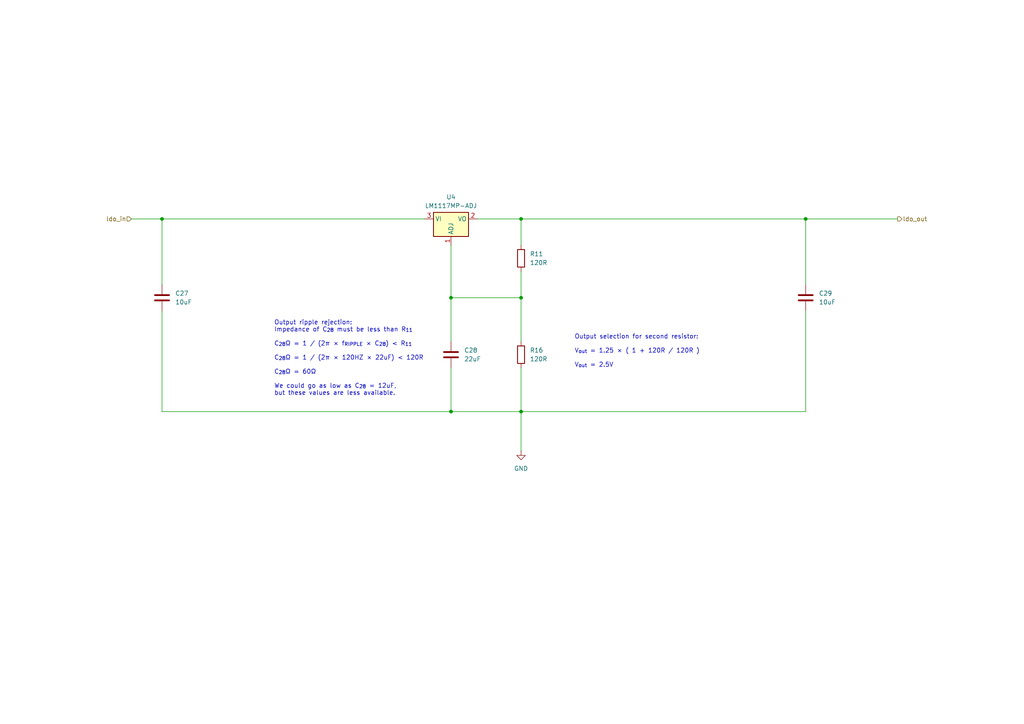
<source format=kicad_sch>
(kicad_sch
	(version 20231120)
	(generator "eeschema")
	(generator_version "8.0")
	(uuid "db3bd576-e48f-4f83-8692-574006b00c52")
	(paper "A4")
	(title_block
		(title "${PROJECTNAME}")
		(date "2024-10-22")
		(rev "${REVISION}")
		(company "Created By: ${AUTHOR}")
	)
	(lib_symbols
		(symbol "Device:C"
			(pin_numbers hide)
			(pin_names
				(offset 0.254)
			)
			(exclude_from_sim no)
			(in_bom yes)
			(on_board yes)
			(property "Reference" "C"
				(at 0.635 2.54 0)
				(effects
					(font
						(size 1.27 1.27)
					)
					(justify left)
				)
			)
			(property "Value" "C"
				(at 0.635 -2.54 0)
				(effects
					(font
						(size 1.27 1.27)
					)
					(justify left)
				)
			)
			(property "Footprint" ""
				(at 0.9652 -3.81 0)
				(effects
					(font
						(size 1.27 1.27)
					)
					(hide yes)
				)
			)
			(property "Datasheet" "~"
				(at 0 0 0)
				(effects
					(font
						(size 1.27 1.27)
					)
					(hide yes)
				)
			)
			(property "Description" "Unpolarized capacitor"
				(at 0 0 0)
				(effects
					(font
						(size 1.27 1.27)
					)
					(hide yes)
				)
			)
			(property "ki_keywords" "cap capacitor"
				(at 0 0 0)
				(effects
					(font
						(size 1.27 1.27)
					)
					(hide yes)
				)
			)
			(property "ki_fp_filters" "C_*"
				(at 0 0 0)
				(effects
					(font
						(size 1.27 1.27)
					)
					(hide yes)
				)
			)
			(symbol "C_0_1"
				(polyline
					(pts
						(xy -2.032 -0.762) (xy 2.032 -0.762)
					)
					(stroke
						(width 0.508)
						(type default)
					)
					(fill
						(type none)
					)
				)
				(polyline
					(pts
						(xy -2.032 0.762) (xy 2.032 0.762)
					)
					(stroke
						(width 0.508)
						(type default)
					)
					(fill
						(type none)
					)
				)
			)
			(symbol "C_1_1"
				(pin passive line
					(at 0 3.81 270)
					(length 2.794)
					(name "~"
						(effects
							(font
								(size 1.27 1.27)
							)
						)
					)
					(number "1"
						(effects
							(font
								(size 1.27 1.27)
							)
						)
					)
				)
				(pin passive line
					(at 0 -3.81 90)
					(length 2.794)
					(name "~"
						(effects
							(font
								(size 1.27 1.27)
							)
						)
					)
					(number "2"
						(effects
							(font
								(size 1.27 1.27)
							)
						)
					)
				)
			)
		)
		(symbol "Device:R"
			(pin_numbers hide)
			(pin_names
				(offset 0)
			)
			(exclude_from_sim no)
			(in_bom yes)
			(on_board yes)
			(property "Reference" "R"
				(at 2.032 0 90)
				(effects
					(font
						(size 1.27 1.27)
					)
				)
			)
			(property "Value" "R"
				(at 0 0 90)
				(effects
					(font
						(size 1.27 1.27)
					)
				)
			)
			(property "Footprint" ""
				(at -1.778 0 90)
				(effects
					(font
						(size 1.27 1.27)
					)
					(hide yes)
				)
			)
			(property "Datasheet" "~"
				(at 0 0 0)
				(effects
					(font
						(size 1.27 1.27)
					)
					(hide yes)
				)
			)
			(property "Description" "Resistor"
				(at 0 0 0)
				(effects
					(font
						(size 1.27 1.27)
					)
					(hide yes)
				)
			)
			(property "ki_keywords" "R res resistor"
				(at 0 0 0)
				(effects
					(font
						(size 1.27 1.27)
					)
					(hide yes)
				)
			)
			(property "ki_fp_filters" "R_*"
				(at 0 0 0)
				(effects
					(font
						(size 1.27 1.27)
					)
					(hide yes)
				)
			)
			(symbol "R_0_1"
				(rectangle
					(start -1.016 -2.54)
					(end 1.016 2.54)
					(stroke
						(width 0.254)
						(type default)
					)
					(fill
						(type none)
					)
				)
			)
			(symbol "R_1_1"
				(pin passive line
					(at 0 3.81 270)
					(length 1.27)
					(name "~"
						(effects
							(font
								(size 1.27 1.27)
							)
						)
					)
					(number "1"
						(effects
							(font
								(size 1.27 1.27)
							)
						)
					)
				)
				(pin passive line
					(at 0 -3.81 90)
					(length 1.27)
					(name "~"
						(effects
							(font
								(size 1.27 1.27)
							)
						)
					)
					(number "2"
						(effects
							(font
								(size 1.27 1.27)
							)
						)
					)
				)
			)
		)
		(symbol "Regulator_Linear:LM1117MP-ADJ"
			(exclude_from_sim no)
			(in_bom yes)
			(on_board yes)
			(property "Reference" "U"
				(at -3.81 3.175 0)
				(effects
					(font
						(size 1.27 1.27)
					)
				)
			)
			(property "Value" "LM1117MP-ADJ"
				(at 0 3.175 0)
				(effects
					(font
						(size 1.27 1.27)
					)
					(justify left)
				)
			)
			(property "Footprint" "Package_TO_SOT_SMD:SOT-223-3_TabPin2"
				(at 0 0 0)
				(effects
					(font
						(size 1.27 1.27)
					)
					(hide yes)
				)
			)
			(property "Datasheet" "http://www.ti.com/lit/ds/symlink/lm1117.pdf"
				(at 0 0 0)
				(effects
					(font
						(size 1.27 1.27)
					)
					(hide yes)
				)
			)
			(property "Description" "800mA Low-Dropout Linear Regulator, adjustable output, SOT-223"
				(at 0 0 0)
				(effects
					(font
						(size 1.27 1.27)
					)
					(hide yes)
				)
			)
			(property "ki_keywords" "linear regulator ldo adjustable positive"
				(at 0 0 0)
				(effects
					(font
						(size 1.27 1.27)
					)
					(hide yes)
				)
			)
			(property "ki_fp_filters" "SOT?223*"
				(at 0 0 0)
				(effects
					(font
						(size 1.27 1.27)
					)
					(hide yes)
				)
			)
			(symbol "LM1117MP-ADJ_0_1"
				(rectangle
					(start -5.08 -5.08)
					(end 5.08 1.905)
					(stroke
						(width 0.254)
						(type default)
					)
					(fill
						(type background)
					)
				)
			)
			(symbol "LM1117MP-ADJ_1_1"
				(pin input line
					(at 0 -7.62 90)
					(length 2.54)
					(name "ADJ"
						(effects
							(font
								(size 1.27 1.27)
							)
						)
					)
					(number "1"
						(effects
							(font
								(size 1.27 1.27)
							)
						)
					)
				)
				(pin power_out line
					(at 7.62 0 180)
					(length 2.54)
					(name "VO"
						(effects
							(font
								(size 1.27 1.27)
							)
						)
					)
					(number "2"
						(effects
							(font
								(size 1.27 1.27)
							)
						)
					)
				)
				(pin power_in line
					(at -7.62 0 0)
					(length 2.54)
					(name "VI"
						(effects
							(font
								(size 1.27 1.27)
							)
						)
					)
					(number "3"
						(effects
							(font
								(size 1.27 1.27)
							)
						)
					)
				)
			)
		)
		(symbol "power:GND"
			(power)
			(pin_numbers hide)
			(pin_names
				(offset 0) hide)
			(exclude_from_sim no)
			(in_bom yes)
			(on_board yes)
			(property "Reference" "#PWR"
				(at 0 -6.35 0)
				(effects
					(font
						(size 1.27 1.27)
					)
					(hide yes)
				)
			)
			(property "Value" "GND"
				(at 0 -3.81 0)
				(effects
					(font
						(size 1.27 1.27)
					)
				)
			)
			(property "Footprint" ""
				(at 0 0 0)
				(effects
					(font
						(size 1.27 1.27)
					)
					(hide yes)
				)
			)
			(property "Datasheet" ""
				(at 0 0 0)
				(effects
					(font
						(size 1.27 1.27)
					)
					(hide yes)
				)
			)
			(property "Description" "Power symbol creates a global label with name \"GND\" , ground"
				(at 0 0 0)
				(effects
					(font
						(size 1.27 1.27)
					)
					(hide yes)
				)
			)
			(property "ki_keywords" "global power"
				(at 0 0 0)
				(effects
					(font
						(size 1.27 1.27)
					)
					(hide yes)
				)
			)
			(symbol "GND_0_1"
				(polyline
					(pts
						(xy 0 0) (xy 0 -1.27) (xy 1.27 -1.27) (xy 0 -2.54) (xy -1.27 -1.27) (xy 0 -1.27)
					)
					(stroke
						(width 0)
						(type default)
					)
					(fill
						(type none)
					)
				)
			)
			(symbol "GND_1_1"
				(pin power_in line
					(at 0 0 270)
					(length 0)
					(name "~"
						(effects
							(font
								(size 1.27 1.27)
							)
						)
					)
					(number "1"
						(effects
							(font
								(size 1.27 1.27)
							)
						)
					)
				)
			)
		)
	)
	(junction
		(at 46.99 63.5)
		(diameter 0)
		(color 0 0 0 0)
		(uuid "3143f974-4202-44ae-b082-fd5865407a2e")
	)
	(junction
		(at 130.81 86.36)
		(diameter 0)
		(color 0 0 0 0)
		(uuid "32718025-d394-455b-939e-76b8b75b20be")
	)
	(junction
		(at 151.13 119.38)
		(diameter 0)
		(color 0 0 0 0)
		(uuid "3d3c602c-8f2d-499b-8194-9cb373c77566")
	)
	(junction
		(at 130.81 119.38)
		(diameter 0)
		(color 0 0 0 0)
		(uuid "6dbf5ef4-b19c-48ad-8be8-9805839043e1")
	)
	(junction
		(at 151.13 63.5)
		(diameter 0)
		(color 0 0 0 0)
		(uuid "7b35b11d-07e0-40e5-a77e-fe934d27ed97")
	)
	(junction
		(at 233.68 63.5)
		(diameter 0)
		(color 0 0 0 0)
		(uuid "d4168aab-66e6-46cb-b53d-4fbe62f92b99")
	)
	(junction
		(at 151.13 86.36)
		(diameter 0)
		(color 0 0 0 0)
		(uuid "d7b8f7ad-f581-44d4-b6c7-32e95109141e")
	)
	(wire
		(pts
			(xy 151.13 63.5) (xy 233.68 63.5)
		)
		(stroke
			(width 0)
			(type default)
		)
		(uuid "2420be25-882c-4e67-b521-94519d6f9042")
	)
	(wire
		(pts
			(xy 46.99 90.17) (xy 46.99 119.38)
		)
		(stroke
			(width 0)
			(type default)
		)
		(uuid "246370e6-bde7-4d68-b579-09f58216b5a0")
	)
	(wire
		(pts
			(xy 130.81 106.68) (xy 130.81 119.38)
		)
		(stroke
			(width 0)
			(type default)
		)
		(uuid "2ae929d8-822c-4bff-be81-5790f3e8c3a2")
	)
	(wire
		(pts
			(xy 151.13 119.38) (xy 130.81 119.38)
		)
		(stroke
			(width 0)
			(type default)
		)
		(uuid "411679f7-3a7e-4549-9904-6c5c4b970ecc")
	)
	(wire
		(pts
			(xy 151.13 86.36) (xy 151.13 99.06)
		)
		(stroke
			(width 0)
			(type default)
		)
		(uuid "44c163ea-9f44-485a-95c2-4195961adf06")
	)
	(wire
		(pts
			(xy 46.99 63.5) (xy 46.99 82.55)
		)
		(stroke
			(width 0)
			(type default)
		)
		(uuid "4a9324fd-a9ee-47be-a9c5-8cc02bc31770")
	)
	(wire
		(pts
			(xy 233.68 63.5) (xy 260.35 63.5)
		)
		(stroke
			(width 0)
			(type default)
		)
		(uuid "5004ef7d-daa1-44da-8f21-20574fe50535")
	)
	(wire
		(pts
			(xy 46.99 63.5) (xy 123.19 63.5)
		)
		(stroke
			(width 0)
			(type default)
		)
		(uuid "540f9838-26cc-4e92-a94f-4b04ad5e7cb6")
	)
	(wire
		(pts
			(xy 151.13 106.68) (xy 151.13 119.38)
		)
		(stroke
			(width 0)
			(type default)
		)
		(uuid "581909a6-5878-4a9b-8a4d-c023ae598de4")
	)
	(wire
		(pts
			(xy 151.13 119.38) (xy 151.13 130.81)
		)
		(stroke
			(width 0)
			(type default)
		)
		(uuid "5b5aac30-93a1-465f-9dde-b30e59500ce0")
	)
	(wire
		(pts
			(xy 151.13 63.5) (xy 151.13 71.12)
		)
		(stroke
			(width 0)
			(type default)
		)
		(uuid "667b4c41-e578-47d3-9a45-0f117e34b7d5")
	)
	(wire
		(pts
			(xy 151.13 119.38) (xy 233.68 119.38)
		)
		(stroke
			(width 0)
			(type default)
		)
		(uuid "68c7b618-7a8b-4042-8f9f-c6cf45fc329b")
	)
	(wire
		(pts
			(xy 233.68 82.55) (xy 233.68 63.5)
		)
		(stroke
			(width 0)
			(type default)
		)
		(uuid "7483689a-f59d-4150-8e65-356f4561e2b8")
	)
	(wire
		(pts
			(xy 130.81 119.38) (xy 46.99 119.38)
		)
		(stroke
			(width 0)
			(type default)
		)
		(uuid "74a3ce27-7a73-4244-a05a-1397a4a7e2e4")
	)
	(wire
		(pts
			(xy 130.81 86.36) (xy 151.13 86.36)
		)
		(stroke
			(width 0)
			(type default)
		)
		(uuid "78303edd-ac45-4e74-8bb9-e2a46a180198")
	)
	(wire
		(pts
			(xy 233.68 90.17) (xy 233.68 119.38)
		)
		(stroke
			(width 0)
			(type default)
		)
		(uuid "86096899-e6e7-43c7-bd77-9e1d8800a015")
	)
	(wire
		(pts
			(xy 138.43 63.5) (xy 151.13 63.5)
		)
		(stroke
			(width 0)
			(type default)
		)
		(uuid "af16a918-fa34-4f03-b398-93de3e621f45")
	)
	(wire
		(pts
			(xy 38.1 63.5) (xy 46.99 63.5)
		)
		(stroke
			(width 0)
			(type default)
		)
		(uuid "b4347847-12f3-4c9c-8f47-f29be8769836")
	)
	(wire
		(pts
			(xy 151.13 78.74) (xy 151.13 86.36)
		)
		(stroke
			(width 0)
			(type default)
		)
		(uuid "c921d39f-ef03-4fa5-b5f6-cf513cb2d96a")
	)
	(wire
		(pts
			(xy 130.81 86.36) (xy 130.81 99.06)
		)
		(stroke
			(width 0)
			(type default)
		)
		(uuid "e6436fe5-5542-4375-88be-524489592f3f")
	)
	(wire
		(pts
			(xy 130.81 71.12) (xy 130.81 86.36)
		)
		(stroke
			(width 0)
			(type default)
		)
		(uuid "ebcfa33c-f317-408c-8b44-5f332acfef7c")
	)
	(text "Output selection for second resistor:\n\nV_{out} = 1.25 × ( 1 + ${e72d1a53-1518-46c7-8a03-36e94a3c043f:VALUE} / ${e8837dc0-ab34-4307-a8de-61a60f941cf5:VALUE} )\n\nV_{out} = 2.5V"
		(exclude_from_sim no)
		(at 166.624 101.854 0)
		(effects
			(font
				(size 1.27 1.27)
			)
			(justify left)
		)
		(uuid "2632bc4f-17f4-44dd-b79c-b35f165eb810")
	)
	(text "Output ripple rejection:\nImpedance of C_{28} must be less than R_{11}\n\nC_{28}Ω = 1 / (2π × f_{RIPPLE} × C_{28}) < R_{11} \n\nC_{28}Ω = 1 / (2π × 120HZ × ${72605da2-7865-4c6e-abb6-c6b1d20dba53:VALUE}) < ${e8837dc0-ab34-4307-a8de-61a60f941cf5:VALUE}\n\nC_{28}Ω = 60Ω \n\nWe could go as low as C_{28} = 12uF,\nbut these values are less available."
		(exclude_from_sim no)
		(at 79.502 103.886 0)
		(effects
			(font
				(size 1.27 1.27)
			)
			(justify left)
		)
		(uuid "bbfc17e6-f56d-4281-b8e5-2c6cbc50fa94")
	)
	(hierarchical_label "ldo_out"
		(shape output)
		(at 260.35 63.5 0)
		(fields_autoplaced yes)
		(effects
			(font
				(size 1.27 1.27)
			)
			(justify left)
		)
		(uuid "8a725267-73ae-465e-94b8-7693f0295453")
	)
	(hierarchical_label "ldo_in"
		(shape input)
		(at 38.1 63.5 180)
		(fields_autoplaced yes)
		(effects
			(font
				(size 1.27 1.27)
			)
			(justify right)
		)
		(uuid "c2f92738-b428-4cf9-b252-00de8d39709c")
	)
	(symbol
		(lib_id "Regulator_Linear:LM1117MP-ADJ")
		(at 130.81 63.5 0)
		(unit 1)
		(exclude_from_sim no)
		(in_bom yes)
		(on_board yes)
		(dnp no)
		(fields_autoplaced yes)
		(uuid "2d70e3e5-b1b1-45aa-8c91-60173fefebd1")
		(property "Reference" "U4"
			(at 130.81 57.15 0)
			(effects
				(font
					(size 1.27 1.27)
				)
			)
		)
		(property "Value" "LM1117MP-ADJ"
			(at 130.81 59.69 0)
			(effects
				(font
					(size 1.27 1.27)
				)
			)
		)
		(property "Footprint" "Package_TO_SOT_SMD:SOT-223-3_TabPin2"
			(at 130.81 63.5 0)
			(effects
				(font
					(size 1.27 1.27)
				)
				(hide yes)
			)
		)
		(property "Datasheet" "http://www.ti.com/lit/ds/symlink/lm1117.pdf"
			(at 130.81 63.5 0)
			(effects
				(font
					(size 1.27 1.27)
				)
				(hide yes)
			)
		)
		(property "Description" "800mA Low-Dropout Linear Regulator, adjustable output, SOT-223"
			(at 130.81 63.5 0)
			(effects
				(font
					(size 1.27 1.27)
				)
				(hide yes)
			)
		)
		(pin "3"
			(uuid "7f7df9e4-a228-49ca-91cc-5920ddd27258")
		)
		(pin "2"
			(uuid "ee6396c0-f7fa-423b-baa9-88f761174053")
		)
		(pin "1"
			(uuid "e87f091a-7bc9-49fd-ab28-923df2f9e1fa")
		)
		(instances
			(project "Tiny4xPoweredStereoMixer"
				(path "/68c4b081-ef47-4ba5-a55f-4ef66cb2b598/57e4104d-0f78-45fe-9d7a-025cd8df3e3d"
					(reference "U4")
					(unit 1)
				)
			)
		)
	)
	(symbol
		(lib_id "Device:C")
		(at 130.81 102.87 0)
		(unit 1)
		(exclude_from_sim no)
		(in_bom yes)
		(on_board yes)
		(dnp no)
		(fields_autoplaced yes)
		(uuid "72605da2-7865-4c6e-abb6-c6b1d20dba53")
		(property "Reference" "C28"
			(at 134.62 101.5999 0)
			(effects
				(font
					(size 1.27 1.27)
				)
				(justify left)
			)
		)
		(property "Value" "22uF"
			(at 134.62 104.1399 0)
			(effects
				(font
					(size 1.27 1.27)
				)
				(justify left)
			)
		)
		(property "Footprint" "Capacitor_SMD:C_0805_2012Metric_Pad1.18x1.45mm_HandSolder"
			(at 131.7752 106.68 0)
			(effects
				(font
					(size 1.27 1.27)
				)
				(hide yes)
			)
		)
		(property "Datasheet" "~"
			(at 130.81 102.87 0)
			(effects
				(font
					(size 1.27 1.27)
				)
				(hide yes)
			)
		)
		(property "Description" "Unpolarized capacitor"
			(at 130.81 102.87 0)
			(effects
				(font
					(size 1.27 1.27)
				)
				(hide yes)
			)
		)
		(pin "2"
			(uuid "1352a64d-92a8-4bb8-a60d-5d4f51cd009f")
		)
		(pin "1"
			(uuid "4d8b083d-bf63-497f-9d8b-1b6af2da966f")
		)
		(instances
			(project "Tiny4xPoweredStereoMixer"
				(path "/68c4b081-ef47-4ba5-a55f-4ef66cb2b598/57e4104d-0f78-45fe-9d7a-025cd8df3e3d"
					(reference "C28")
					(unit 1)
				)
			)
		)
	)
	(symbol
		(lib_id "Device:C")
		(at 233.68 86.36 0)
		(unit 1)
		(exclude_from_sim no)
		(in_bom yes)
		(on_board yes)
		(dnp no)
		(fields_autoplaced yes)
		(uuid "7ec998c1-fc80-4ec4-b14d-3c783e2075ec")
		(property "Reference" "C29"
			(at 237.49 85.0899 0)
			(effects
				(font
					(size 1.27 1.27)
				)
				(justify left)
			)
		)
		(property "Value" "10uF"
			(at 237.49 87.6299 0)
			(effects
				(font
					(size 1.27 1.27)
				)
				(justify left)
			)
		)
		(property "Footprint" "Capacitor_SMD:C_0805_2012Metric_Pad1.18x1.45mm_HandSolder"
			(at 234.6452 90.17 0)
			(effects
				(font
					(size 1.27 1.27)
				)
				(hide yes)
			)
		)
		(property "Datasheet" "~"
			(at 233.68 86.36 0)
			(effects
				(font
					(size 1.27 1.27)
				)
				(hide yes)
			)
		)
		(property "Description" "Unpolarized capacitor"
			(at 233.68 86.36 0)
			(effects
				(font
					(size 1.27 1.27)
				)
				(hide yes)
			)
		)
		(pin "2"
			(uuid "8cfd69ee-8ffc-4b04-8562-df79b68ed5a7")
		)
		(pin "1"
			(uuid "ae6bb6a3-e5ab-4ac7-9b49-5dfe5342dca1")
		)
		(instances
			(project "Tiny4xPoweredStereoMixer"
				(path "/68c4b081-ef47-4ba5-a55f-4ef66cb2b598/57e4104d-0f78-45fe-9d7a-025cd8df3e3d"
					(reference "C29")
					(unit 1)
				)
			)
		)
	)
	(symbol
		(lib_id "Device:C")
		(at 46.99 86.36 0)
		(unit 1)
		(exclude_from_sim no)
		(in_bom yes)
		(on_board yes)
		(dnp no)
		(fields_autoplaced yes)
		(uuid "b0a75c10-d5ba-4eba-a47a-ea27b1abcfba")
		(property "Reference" "C27"
			(at 50.8 85.0899 0)
			(effects
				(font
					(size 1.27 1.27)
				)
				(justify left)
			)
		)
		(property "Value" "10uF"
			(at 50.8 87.6299 0)
			(effects
				(font
					(size 1.27 1.27)
				)
				(justify left)
			)
		)
		(property "Footprint" "Capacitor_SMD:C_0805_2012Metric_Pad1.18x1.45mm_HandSolder"
			(at 47.9552 90.17 0)
			(effects
				(font
					(size 1.27 1.27)
				)
				(hide yes)
			)
		)
		(property "Datasheet" "~"
			(at 46.99 86.36 0)
			(effects
				(font
					(size 1.27 1.27)
				)
				(hide yes)
			)
		)
		(property "Description" "Unpolarized capacitor"
			(at 46.99 86.36 0)
			(effects
				(font
					(size 1.27 1.27)
				)
				(hide yes)
			)
		)
		(pin "2"
			(uuid "bc62e1c6-1167-4c7d-97a8-8baa9ceca45f")
		)
		(pin "1"
			(uuid "e227ddf6-e36e-43d2-9311-61ba5a3f54cc")
		)
		(instances
			(project "Tiny4xPoweredStereoMixer"
				(path "/68c4b081-ef47-4ba5-a55f-4ef66cb2b598/57e4104d-0f78-45fe-9d7a-025cd8df3e3d"
					(reference "C27")
					(unit 1)
				)
			)
		)
	)
	(symbol
		(lib_id "power:GND")
		(at 151.13 130.81 0)
		(unit 1)
		(exclude_from_sim no)
		(in_bom yes)
		(on_board yes)
		(dnp no)
		(fields_autoplaced yes)
		(uuid "c7c617b5-3266-4bb7-9bea-7e0bb04f2b13")
		(property "Reference" "#PWR06"
			(at 151.13 137.16 0)
			(effects
				(font
					(size 1.27 1.27)
				)
				(hide yes)
			)
		)
		(property "Value" "GND"
			(at 151.13 135.89 0)
			(effects
				(font
					(size 1.27 1.27)
				)
			)
		)
		(property "Footprint" ""
			(at 151.13 130.81 0)
			(effects
				(font
					(size 1.27 1.27)
				)
				(hide yes)
			)
		)
		(property "Datasheet" ""
			(at 151.13 130.81 0)
			(effects
				(font
					(size 1.27 1.27)
				)
				(hide yes)
			)
		)
		(property "Description" "Power symbol creates a global label with name \"GND\" , ground"
			(at 151.13 130.81 0)
			(effects
				(font
					(size 1.27 1.27)
				)
				(hide yes)
			)
		)
		(pin "1"
			(uuid "6a899a9a-3182-4306-9eea-bea1797e55d2")
		)
		(instances
			(project "Tiny4xPoweredStereoMixer"
				(path "/68c4b081-ef47-4ba5-a55f-4ef66cb2b598/57e4104d-0f78-45fe-9d7a-025cd8df3e3d"
					(reference "#PWR06")
					(unit 1)
				)
			)
		)
	)
	(symbol
		(lib_id "Device:R")
		(at 151.13 102.87 0)
		(unit 1)
		(exclude_from_sim no)
		(in_bom yes)
		(on_board yes)
		(dnp no)
		(fields_autoplaced yes)
		(uuid "e72d1a53-1518-46c7-8a03-36e94a3c043f")
		(property "Reference" "R16"
			(at 153.67 101.5999 0)
			(effects
				(font
					(size 1.27 1.27)
				)
				(justify left)
			)
		)
		(property "Value" "120R"
			(at 153.67 104.1399 0)
			(effects
				(font
					(size 1.27 1.27)
				)
				(justify left)
			)
		)
		(property "Footprint" "Resistor_SMD:R_0805_2012Metric_Pad1.20x1.40mm_HandSolder"
			(at 149.352 102.87 90)
			(effects
				(font
					(size 1.27 1.27)
				)
				(hide yes)
			)
		)
		(property "Datasheet" "~"
			(at 151.13 102.87 0)
			(effects
				(font
					(size 1.27 1.27)
				)
				(hide yes)
			)
		)
		(property "Description" "Resistor"
			(at 151.13 102.87 0)
			(effects
				(font
					(size 1.27 1.27)
				)
				(hide yes)
			)
		)
		(pin "1"
			(uuid "33271a5a-3447-437c-989b-e555a7199955")
		)
		(pin "2"
			(uuid "8cf124ab-4eff-4276-ad9b-70bd0fb68aa5")
		)
		(instances
			(project "Tiny4xPoweredStereoMixer"
				(path "/68c4b081-ef47-4ba5-a55f-4ef66cb2b598/57e4104d-0f78-45fe-9d7a-025cd8df3e3d"
					(reference "R16")
					(unit 1)
				)
			)
		)
	)
	(symbol
		(lib_id "Device:R")
		(at 151.13 74.93 0)
		(unit 1)
		(exclude_from_sim no)
		(in_bom yes)
		(on_board yes)
		(dnp no)
		(fields_autoplaced yes)
		(uuid "e8837dc0-ab34-4307-a8de-61a60f941cf5")
		(property "Reference" "R11"
			(at 153.67 73.6599 0)
			(effects
				(font
					(size 1.27 1.27)
				)
				(justify left)
			)
		)
		(property "Value" "120R"
			(at 153.67 76.1999 0)
			(effects
				(font
					(size 1.27 1.27)
				)
				(justify left)
			)
		)
		(property "Footprint" "Resistor_SMD:R_0805_2012Metric_Pad1.20x1.40mm_HandSolder"
			(at 149.352 74.93 90)
			(effects
				(font
					(size 1.27 1.27)
				)
				(hide yes)
			)
		)
		(property "Datasheet" "~"
			(at 151.13 74.93 0)
			(effects
				(font
					(size 1.27 1.27)
				)
				(hide yes)
			)
		)
		(property "Description" "Resistor"
			(at 151.13 74.93 0)
			(effects
				(font
					(size 1.27 1.27)
				)
				(hide yes)
			)
		)
		(pin "1"
			(uuid "798bef20-d29f-416a-8240-21eeced1da92")
		)
		(pin "2"
			(uuid "88075851-4629-4ca9-9334-090925a96b28")
		)
		(instances
			(project "Tiny4xPoweredStereoMixer"
				(path "/68c4b081-ef47-4ba5-a55f-4ef66cb2b598/57e4104d-0f78-45fe-9d7a-025cd8df3e3d"
					(reference "R11")
					(unit 1)
				)
			)
		)
	)
)
</source>
